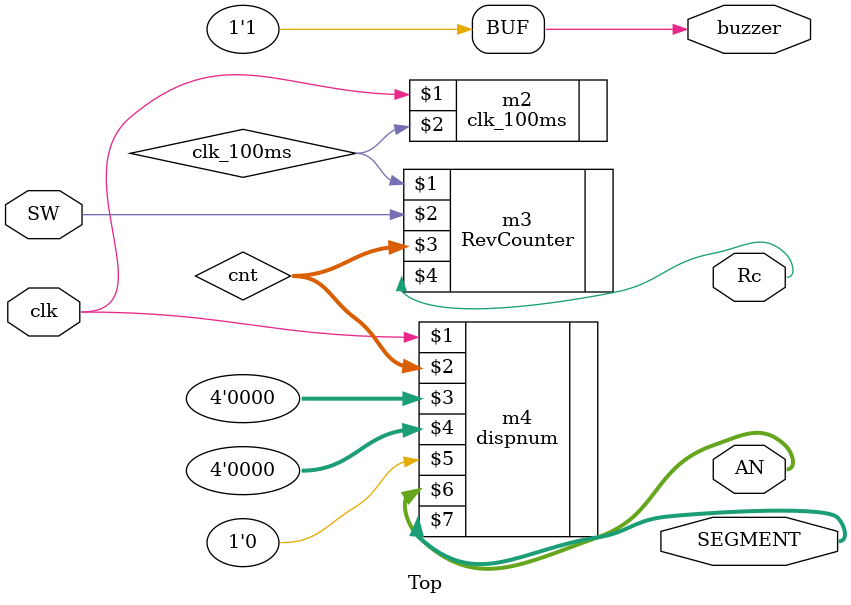
<source format=v>
`timescale 1ns / 1ps
module Top(input wire clk,
output wire buzzer,
output wire [7:0]SEGMENT,
output wire [3:0]AN,
output wire Rc,
input wire SW
    );

wire [31:0]clk_div;
wire btn_out;
wire clk_100ms;
wire [15:0]cnt;
assign buzzer = 1;
clk_100ms m2(clk, clk_100ms);
 RevCounter m3(clk_100ms,SW,cnt,Rc);
 dispnum m4(clk,cnt,4'b0,4'b0,1'b0,AN,SEGMENT);
endmodule

</source>
